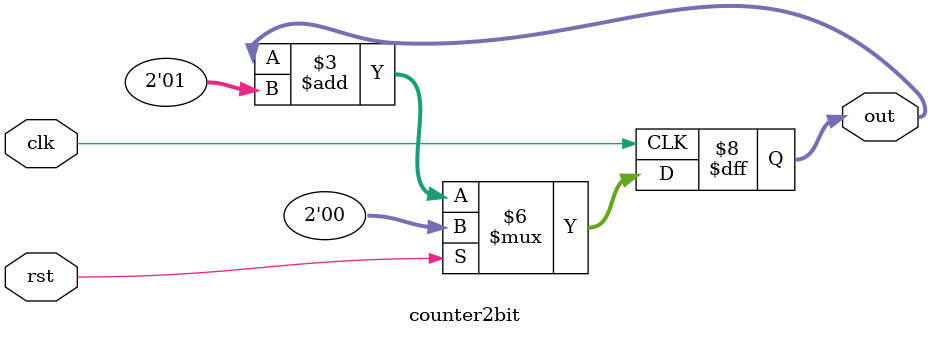
<source format=v>
`timescale 1ns / 1ps

module counter2bit(clk, rst, out); 
input clk, rst;
output [1:0] out; 

reg[1:0] out;

initial out = 2'b00; 

always @(posedge clk) begin 

if(rst == 1'b1) out = 2'b00;

else out = out + 2'b01;

end
endmodule

</source>
